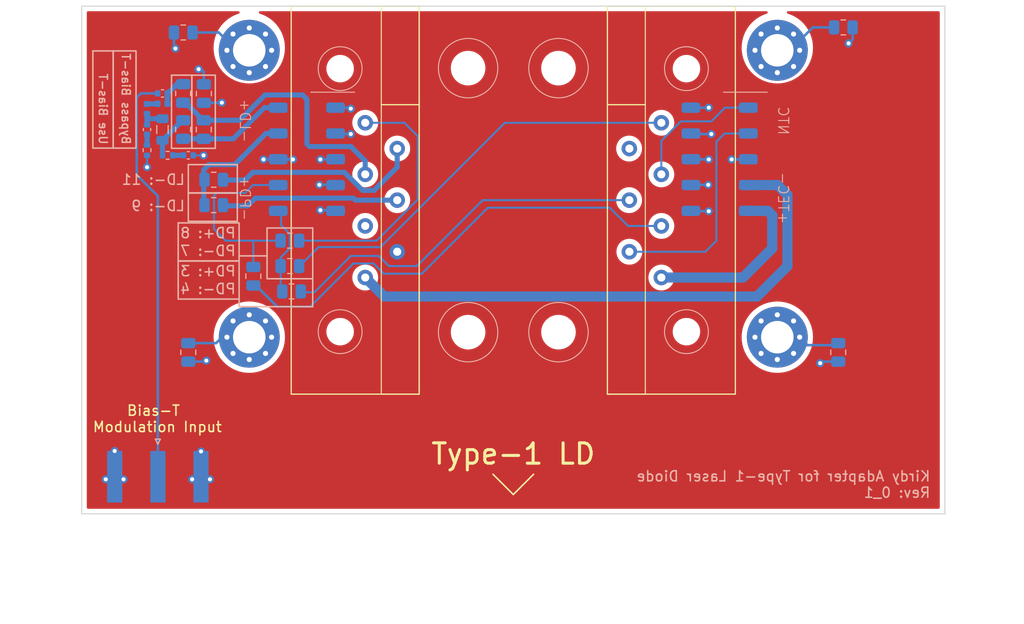
<source format=kicad_pcb>
(kicad_pcb (version 20221018) (generator pcbnew)

  (general
    (thickness 1.6)
  )

  (paper "A4")
  (layers
    (0 "F.Cu" signal)
    (31 "B.Cu" signal)
    (32 "B.Adhes" user "B.Adhesive")
    (33 "F.Adhes" user "F.Adhesive")
    (34 "B.Paste" user)
    (35 "F.Paste" user)
    (36 "B.SilkS" user "B.Silkscreen")
    (37 "F.SilkS" user "F.Silkscreen")
    (38 "B.Mask" user)
    (39 "F.Mask" user)
    (40 "Dwgs.User" user "User.Drawings")
    (41 "Cmts.User" user "User.Comments")
    (42 "Eco1.User" user "User.Eco1")
    (43 "Eco2.User" user "User.Eco2")
    (44 "Edge.Cuts" user)
    (45 "Margin" user)
    (46 "B.CrtYd" user "B.Courtyard")
    (47 "F.CrtYd" user "F.Courtyard")
    (48 "B.Fab" user)
    (49 "F.Fab" user)
    (50 "User.1" user)
    (51 "User.2" user)
    (52 "User.3" user)
    (53 "User.4" user)
    (54 "User.5" user)
    (55 "User.6" user)
    (56 "User.7" user)
    (57 "User.8" user)
    (58 "User.9" user)
  )

  (setup
    (stackup
      (layer "F.SilkS" (type "Top Silk Screen"))
      (layer "F.Paste" (type "Top Solder Paste"))
      (layer "F.Mask" (type "Top Solder Mask") (thickness 0.01))
      (layer "F.Cu" (type "copper") (thickness 0.035))
      (layer "dielectric 1" (type "core") (thickness 1.51) (material "FR4") (epsilon_r 4.5) (loss_tangent 0.02))
      (layer "B.Cu" (type "copper") (thickness 0.035))
      (layer "B.Mask" (type "Bottom Solder Mask") (thickness 0.01))
      (layer "B.Paste" (type "Bottom Solder Paste"))
      (layer "B.SilkS" (type "Bottom Silk Screen"))
      (copper_finish "None")
      (dielectric_constraints no)
    )
    (pad_to_mask_clearance 0)
    (pcbplotparams
      (layerselection 0x00010fc_ffffffff)
      (plot_on_all_layers_selection 0x0000000_00000000)
      (disableapertmacros false)
      (usegerberextensions true)
      (usegerberattributes true)
      (usegerberadvancedattributes true)
      (creategerberjobfile false)
      (dashed_line_dash_ratio 12.000000)
      (dashed_line_gap_ratio 3.000000)
      (svgprecision 6)
      (plotframeref false)
      (viasonmask false)
      (mode 1)
      (useauxorigin false)
      (hpglpennumber 1)
      (hpglpenspeed 20)
      (hpglpendiameter 15.000000)
      (dxfpolygonmode true)
      (dxfimperialunits true)
      (dxfusepcbnewfont true)
      (psnegative false)
      (psa4output false)
      (plotreference false)
      (plotvalue false)
      (plotinvisibletext false)
      (sketchpadsonfab false)
      (subtractmaskfromsilk true)
      (outputformat 1)
      (mirror false)
      (drillshape 0)
      (scaleselection 1)
      (outputdirectory "gerber/")
    )
  )

  (net 0 "")
  (net 1 "GND")
  (net 2 "Net-(J3-PD+)")
  (net 3 "Net-(J3-PD-)")
  (net 4 "/TEC+")
  (net 5 "/NTC+")
  (net 6 "unconnected-(J3-NC-Pad6)")
  (net 7 "Net-(J3-PD-*)")
  (net 8 "/NTC-")
  (net 9 "Net-(J3-PD+*)")
  (net 10 "Net-(J3-LD-*)")
  (net 11 "Net-(J3-LD-)")
  (net 12 "/LD+")
  (net 13 "unconnected-(J3-NC-Pad12)")
  (net 14 "/TEC-")
  (net 15 "/PD-")
  (net 16 "/PD+")
  (net 17 "/LD-")
  (net 18 "Net-(C2-Pad1)")
  (net 19 "/Mod_IN")
  (net 20 "/kirdy_LD+")
  (net 21 "Net-(C2-Pad2)")
  (net 22 "Net-(C5-Pad1)")
  (net 23 "Net-(L2-Pad2)")
  (net 24 "Net-(L3-Pad1)")
  (net 25 "Net-(C3-Pad1)")
  (net 26 "Net-(H2-Pad1)")
  (net 27 "Net-(H3-Pad1)")
  (net 28 "Net-(H4-Pad1)")
  (net 29 "Net-(H1-Pad1)")

  (footprint "laserSocket:Butterfly_Socket" (layer "F.Cu") (at 0 4.01 180))

  (footprint "laserSocket:78614110360_Receptacle" (layer "F.Cu") (at -26 -10.747))

  (footprint "laserSocket:78614110360_Receptacle" (layer "F.Cu") (at -26 17.503))

  (footprint "laserSocket:78614110360_Receptacle" (layer "F.Cu") (at 26 -10.747))

  (footprint "laserSocket:78614110360_Receptacle" (layer "F.Cu") (at 26 17.503))

  (footprint "Inductor_SMD:L_0402_1005Metric" (layer "B.Cu") (at -34.544 -5.4845 180))

  (footprint "Resistor_SMD:R_0805_2012Metric" (layer "B.Cu") (at -32.5 -12.5 180))

  (footprint "Capacitor_SMD:C_0402_1005Metric" (layer "B.Cu") (at -36.068 -2.9445 -90))

  (footprint "Resistor_SMD:R_0805_2012Metric" (layer "B.Cu") (at -25.6 11.5 -90))

  (footprint "Inductor_SMD:L_0402_1005Metric" (layer "B.Cu") (at -36.068 -4.9765 -90))

  (footprint "Resistor_SMD:R_0805_2012Metric" (layer "B.Cu") (at -30.4694 -6.4862 -90))

  (footprint "Resistor_SMD:R_0805_2012Metric" (layer "B.Cu") (at -32.512 -6.5005 90))

  (footprint "Inductor_SMD:L_0805_2012Metric" (layer "B.Cu") (at -34.544 -2.9445 -90))

  (footprint "laserSocket:M20-7870542" (layer "B.Cu") (at -20.3222 -0.0168 180))

  (footprint "laserSocket:M20-7870542" (layer "B.Cu") (at 20.3178 -0.0168 180))

  (footprint "Resistor_SMD:R_0805_2012Metric" (layer "B.Cu") (at -32 19 -90))

  (footprint "Resistor_SMD:R_0805_2012Metric" (layer "B.Cu") (at -29.5 4.5 180))

  (footprint "Resistor_SMD:R_0805_2012Metric" (layer "B.Cu") (at -22 8 180))

  (footprint "Resistor_SMD:R_0805_2012Metric" (layer "B.Cu") (at -29.5 2 180))

  (footprint "Capacitor_SMD:C_0402_1005Metric" (layer "B.Cu") (at -32.004 -0.4045))

  (footprint "Resistor_SMD:R_0805_2012Metric" (layer "B.Cu") (at -30.48 -2.9445 90))

  (footprint "Resistor_SMD:R_0805_2012Metric" (layer "B.Cu") (at 32 19 -90))

  (footprint "Resistor_SMD:R_0805_2012Metric" (layer "B.Cu") (at 32.5 -13))

  (footprint "Capacitor_SMD:C_0402_1005Metric" (layer "B.Cu") (at -34.544 -6.5005 180))

  (footprint "Connector_Coaxial:SMA_Amphenol_132289_EdgeMount" (layer "B.Cu") (at -35 31.25 -90))

  (footprint "Resistor_SMD:R_0402_1005Metric" (layer "B.Cu") (at -34.036 -0.4045))

  (footprint "Resistor_SMD:R_0402_1005Metric" (layer "B.Cu") (at -36.068 -0.9125 -90))

  (footprint "Resistor_SMD:R_0805_2012Metric" (layer "B.Cu") (at -22 10.5))

  (footprint "laserSocket:kirdy_socket" (layer "B.Cu") (at 0 0 180))

  (footprint "Resistor_SMD:R_0805_2012Metric" (layer "B.Cu") (at -21.8375 13))

  (footprint "Resistor_SMD:R_0805_2012Metric" (layer "B.Cu") (at -32.512 -2.9445 90))

  (gr_rect (start -39.4 -10.684) (end -37.15 -1.116)
    (stroke (width 0.15) (type default)) (fill none) (layer "B.SilkS") (tstamp 0ef91e2f-7d07-4eb4-8ed0-10c7fb144d6c))
  (gr_line (start -27 13.75) (end -27 14.5)
    (stroke (width 0.15) (type default)) (layer "B.SilkS") (tstamp 36d88f3e-2839-486f-900e-a0ab6901526d))
  (gr_rect (start -31.655 -8.3) (end -29.345 -1.0916)
    (stroke (width 0.15) (type default)) (fill none) (layer "B.SilkS") (tstamp 402191f3-283b-481e-bedb-01fc3ef01cd4))
  (gr_line (start -27 9.5) (end -24.25 9.5)
    (stroke (width 0.15) (type default)) (layer "B.SilkS") (tstamp 44583d53-d6c5-4174-8bff-3682643b44b8))
  (gr_rect (start -33 10) (end -27 13.75)
    (stroke (width 0.15) (type default)) (fill none) (layer "B.SilkS") (tstamp 6005dff1-e18b-4fe2-9f3e-fdee4cc62578))
  (gr_rect (start -33.655 -8.3) (end -31.655 -1.0916)
    (stroke (width 0.15) (type default)) (fill none) (layer "B.SilkS") (tstamp 6423e819-464c-4123-ac7f-ee0cef68da73))
  (gr_rect (start -24.25 6.75) (end -19.75 11.75)
    (stroke (width 0.15) (type default)) (fill none) (layer "B.SilkS") (tstamp 6de74a38-d69e-4e3b-9f19-9e5a6811e6db))
  (gr_rect (start -41.4 -10.684) (end -39.4 -1.116)
    (stroke (width 0.15) (type default)) (fill none) (layer "B.SilkS") (tstamp 8c2746d8-2581-4ca0-9193-3277a8e9a52e))
  (gr_line (start -19.75 11.75) (end -19.75 14.5)
    (stroke (width 0.15) (type default)) (layer "B.SilkS") (tstamp a32a1bfb-022c-4f63-aef9-9c0a658a4a82))
  (gr_rect (start -33 6.25) (end -27 10)
    (stroke (width 0.15) (type default)) (fill none) (layer "B.SilkS") (tstamp b5d9a385-3387-4a69-b362-da3a4fd6da62))
  (gr_rect (start -32.004 3.302) (end -27.178 6.096)
    (stroke (width 0.15) (type default)) (fill none) (layer "B.SilkS") (tstamp bd965ae7-57d4-477b-8862-5015b280e30a))
  (gr_line (start -27 14.5) (end -19.75 14.5)
    (stroke (width 0.15) (type default)) (layer "B.SilkS") (tstamp df2a32a5-0c76-4fdf-a1f1-d46f8f620326))
  (gr_rect (start -32.004 0.508) (end -27.178 3.302)
    (stroke (width 0.15) (type default)) (fill none) (layer "B.SilkS") (tstamp eb9d25d7-13e5-4f42-8abe-fe49d17497de))
  (gr_line (start 0 33) (end -2 31)
    (stroke (width 0.15) (type default)) (layer "F.SilkS") (tstamp 874923f9-a9f7-4958-996b-11a977ff4bfa))
  (gr_line (start 0 33) (end 2 31)
    (stroke (width 0.15) (type default)) (layer "F.SilkS") (tstamp ae60edff-7e7c-448e-b414-0dd5435511fc))
  (gr_line (start -42.5 34.9032) (end 42.5 34.9032)
    (stroke (width 0.1) (type default)) (layer "Edge.Cuts") (tstamp 5fc11ccb-206c-4a11-8cb3-f05fdf2365ed))
  (gr_line (start 42.5 -15.0968) (end -42.5 -15.0968)
    (stroke (width 0.1) (type default)) (layer "Edge.Cuts") (tstamp 96bb3b61-a8bd-4e6d-8c1c-2a91283c5af6))
  (gr_line (start -42.5 -15.0968) (end -42.5 34.9032)
    (stroke (width 0.1) (type default)) (layer "Edge.Cuts") (tstamp b269c852-4cfb-4fde-86c0-83d58bd7102b))
  (gr_line (start 42.5 34.9032) (end 42.5 -15.0968)
    (stroke (width 0.1) (type default)) (layer "Edge.Cuts") (tstamp b654c7e3-761e-4a6b-b332-c1b14e723831))
  (gr_text "PD+: 8" (at -27.25 7.25) (layer "B.SilkS") (tstamp 04c864d3-b770-478b-b591-c2f859564f89)
    (effects (font (size 1 1) (thickness 0.15)) (justify left mirror))
  )
  (gr_text "Bypass Bias-T" (at -38.15 -1.4 270) (layer "B.SilkS") (tstamp 0ad38507-6748-4bd5-90e6-04e1281b8513)
    (effects (font (size 0.8 0.8) (thickness 0.15)) (justify left mirror))
  )
  (gr_text "PD-: 4" (at -27.25 12.75) (layer "B.SilkS") (tstamp 1ede9fb9-2b80-4a70-95e6-8b1106e7b917)
    (effects (font (size 1 1) (thickness 0.15)) (justify left mirror))
  )
  (gr_text "Use Bias-T" (at -40.4 -1.4 270) (layer "B.SilkS") (tstamp 27273078-f90b-42d9-aa8d-6b3b1a0d97c4)
    (effects (font (size 0.8 0.8) (thickness 0.15)) (justify left mirror))
  )
  (gr_text "LD-: 9" (at -32.258 4.572) (layer "B.SilkS") (tstamp 4cc0ef08-f92c-4c13-bdf4-4ed9b0d668f1)
    (effects (font (size 1 1) (thickness 0.15)) (justify left mirror))
  )
  (gr_text "PD+: 3" (at -27.25 11) (layer "B.SilkS") (tstamp c5025ffb-4132-40ad-9ba2-5a426d255675)
    (effects (font (size 1 1) (thickness 0.15)) (justify left mirror))
  )
  (gr_text "Kirdy Adapter for Type-1 Laser Diode \nRev: 0_1" (at 41.148 32.004) (layer "B.SilkS") (tstamp d9185641-8167-4841-b540-088303848472)
    (effects (font (size 1 1) (thickness 0.15)) (justify left mirror))
  )
  (gr_text "PD-: 7" (at -27.25 9) (layer "B.SilkS") (tstamp e9305944-d283-4481-a373-483045d7de6d)
    (effects (font (size 1 1) (thickness 0.15)) (justify left mirror))
  )
  (gr_text "LD-: 11" (at -32.258 1.988) (layer "B.SilkS") (tstamp f8a1f124-6566-4a42-92b0-87395200e1f8)
    (effects (font (size 1 1) (thickness 0.15)) (justify left mirror))
  )
  (gr_text "Type-1 LD" (at 0 29) (layer "F.SilkS") (tstamp 6b833559-6474-4221-aa6a-78219e45b6af)
    (effects (font (size 2 2) (thickness 0.3)))
  )
  (gr_text "Bias-T \nModulation Input" (at -35.052 26.924) (layer "F.SilkS") (tstamp be63c161-af45-409b-ab6a-4332d46cf0d0)
    (effects (font (size 1 1) (thickness 0.15)) (justify bottom))
  )

  (via (at -19.1 2.5) (size 0.8) (drill 0.4) (layers "F.Cu" "B.Cu") (free) (net 1) (tstamp 0b2eca09-aa36-4861-baa6-3f0fe3836af6))
  (via (at -31.623 31.5) (size 0.8) (drill 0.4) (layers "F.Cu" "B.Cu") (free) (net 1) (tstamp 0d5de957-141c-4c66-a0e2-2667c266206a))
  (via (at -30.226 19.812) (size 0.8) (drill 0.4) (layers "F.Cu" "B.Cu") (net 1) (tstamp 0dab7955-5bbc-4bfb-80a7-1f686e32d016))
  (via (at -30.988 -8.89) (size 0.8) (drill 0.4) (layers "F.Cu" "B.Cu") (net 1) (tstamp 15ed4f94-0bcb-423b-bd75-1361c6b3ca7c))
  (via (at -39.2544 28.7148) (size 0.8) (drill 0.4) (layers "F.Cu" "B.Cu") (free) (net 1) (tstamp 1ed39148-0660-421e-b30e-3f98525068e4))
  (via (at -21.7 0) (size 0.8) (drill 0.4) (layers "F.Cu" "B.Cu") (free) (net 1) (tstamp 2764a420-7efd-4e83-9e69-c5b646aa7852))
  (via (at -38.382 31.5) (size 0.8) (drill 0.4) (layers "F.Cu" "B.Cu") (net 1) (tstamp 2be0de4a-daf2-4511-acf9-aef04b5f2530))
  (via (at -19 5) (size 0.8) (drill 0.4) (layers "F.Cu" "B.Cu") (free) (net 1) (tstamp 3cdaf648-0f31-4b8e-bd76-b2e4c6c22afc))
  (via (at -28.702 -5.588) (size 0.8) (drill 0.4) (layers "F.Cu" "B.Cu") (net 1) (tstamp 4342e44a-bdd7-42c2-985a-0be7aa36e14e))
  (via (at -30.5 -0.4) (size 0.8) (drill 0.4) (layers "F.Cu" "B.Cu") (net 1) (tstamp 4889216c-aa7b-4934-9836-6b7e52dcb053))
  (via (at 30.226 20.066) (size 0.8) (drill 0.4) (layers "F.Cu" "B.Cu") (net 1) (tstamp 4b7eb20c-ed7e-4fa6-a92c-fb636415b64d))
  (via (at 21.5 0) (size 0.8) (drill 0.4) (layers "F.Cu" "B.Cu") (free) (net 1) (tstamp 53407438-84af-47e1-8d97-b221bab59b19))
  (via (at 19.25 5.1) (size 0.8) (drill 0.4) (layers "F.Cu" "B.Cu") (net 1) (tstamp 56e78550-dcf0-4cb6-be7f-b67904591851))
  (via (at 19.25 -5.1) (size 0.8) (drill 0.4) (layers "F.Cu" "B.Cu") (free) (net 1) (tstamp 5a360d84-87a6-46f1-8434-9d6246708bf8))
  (via (at -30.75 28.75) (size 0.8) (drill 0.4) (layers "F.Cu" "B.Cu") (free) (net 1) (tstamp 6543018a-f1d7-4b4a-b2e5-724b759fb6b2))
  (via (at -16 -5) (size 0.8) (drill 0.4) (layers "F.Cu" "B.Cu") (free) (net 1) (tstamp 77b45021-f474-48ab-bcf1-a3b178bc2e5b))
  (via (at 19.25 0) (size 0.8) (drill 0.4) (layers "F.Cu" "B.Cu") (free) (net 1) (tstamp 8a5f89b8-ed9e-4d41-b280-03a9338e88b9))
  (via (at -24.6 0) (size 0.8) (drill 0.4) (layers "F.Cu" "B.Cu") (free) (net 1) (tstamp 8bd631d8-b797-456a-881b-fb9ad4912ca4))
  (via (at 33.02 -11.43) (size 0.8) (drill 0.4) (layers "F.Cu" "B.Cu") (net 1) (tstamp 8e608465-efb8-48ad-9a64-8c13528477d1))
  (via (at -29.873 31.5) (size 0.8) (drill 0.4) (layers "F.Cu" "B.Cu") (free) (net 1) (tstamp 8f7525ef-2afd-4969-bdef-83d94a83c98c))
  (via (at -16 -2.5) (size 0.8) (drill 0.4) (layers "F.Cu" "B.Cu") (free) (net 1) (tstamp 980cfb86-ef2c-4d30-872a-9d1cbce3f20e))
  (via (at -33.274 -10.922) (size 0.8) (drill 0.4) (layers "F.Cu" "B.Cu") (net 1) (tstamp a4fdc44b-c0d3-42d8-ba21-7f473cc0d98f))
  (via (at 19.2 2.5) (size 0.8) (drill 0.4) (layers "F.Cu" "B.Cu") (free) (net 1) (tstamp c296e3ac-c4c1-4dfb-badc-926bd32271fe))
  (via (at -36.068 0.762) (size 0.8) (drill 0.4) (layers "F.Cu" "B.Cu") (net 1) (tstamp daeb467a-8224-4186-82e6-6550edd102a7))
  (via (at -40.132 31.5) (size 0.8) (drill 0.4) (layers "F.Cu" "B.Cu") (net 1) (tstamp e0636d8f-0a6d-409d-aecc-45d20973e0bc))
  (via (at 19.5 -2.5) (size 0.8) (drill 0.4) (layers "F.Cu" "B.Cu") (free) (net 1) (tstamp e7c9e2a0-03c2-4403-a11e-ddd029b4b0fa))
  (via (at -19 0) (size 0.8) (drill 0.4) (layers "F.Cu" "B.Cu") (free) (net 1) (tstamp edd50e90-d3f7-47e1-bf51-8b4b0c214044))
  (segment (start 17.496 -5.1) (end 17.4928 -5.0968) (width 0.25) (layer "B.Cu") (net 1) (tstamp 05035bb0-0369-4780-b22f-7d6cb62d819a))
  (segment (start 19.5 -2.5) (end 17.5496 -2.5) (width 0.25) (layer "B.Cu") (net 1) (tstamp 0c338d63-bf98-4013-970a-459743315cea))
  (segment (start 21.5 0) (end 23.126 0) (width 0.25) (layer "B.Cu") (net 1) (tstamp 103f5b75-e3b2-4629-b8aa-29f9a9e49cea))
  (segment (start -16.0968 -5.0968) (end -16 -5) (width 0.25) (layer "B.Cu") (net 1) (tstamp 10b53e8a-1b48-4afa-af76-8ee743809c1f))
  (segment (start -19 0) (end -17.514 0) (width 0.25) (layer "B.Cu") (net 1) (tstamp 13d0a752-c0de-4873-94e5-a0b5b0599001))
  (segment (start -33.4125 -12.5) (end -33.4125 -11.0605) (width 0.25) (layer "B.Cu") (net 1) (tstamp 1c3f4c92-b306-4624-8ba5-cc709801d6a5))
  (segment (start -21.7 0) (end -23.1304 0) (width 0.25) (layer "B.Cu") (net 1) (tstamp 1c734e97-f47d-40f7-a643-bf801c3cd85b))
  (segment (start 30.226 20.066) (end 30.3795 19.9125) (width 0.25) (layer "B.Cu") (net 1) (tstamp 1d03d441-1a75-40c3-915d-02c1da76f9e1))
  (segment (start 17.5096 0) (end 17.4928 -0.0168) (width 0.25) (layer "B.Cu") (net 1) (tstamp 1e600d61-3dca-41ed-afcb-73be95bf69e8))
  (segment (start 33.4125 -13) (end 33.4125 -11.8225) (width 0.25) (layer "B.Cu") (net 1) (tstamp 22dddcf2-c2e3-4aa4-97e1-8156701e8ce2))
  (segment (start 19.25 0) (end 17.5096 0) (width 0.25) (layer "B.Cu") (net 1) (tstamp 25fc18c3-d2a3-49b1-ab34-7112b76f70e2))
  (segment (start -30.48 -7.4093) (end -30.48 -8.636) (width 0.25) (layer "B.Cu") (net 1) (tstamp 34d8dac2-76a0-4a8f-b197-5776a277d968))
  (segment (start -30.3265 19.9125) (end -30.226 19.812) (width 0.25) (layer "B.Cu") (net 1) (tstamp 4ffcf0ad-b47b-4673-9b85-8da055134a08))
  (segment (start -24.6 0) (end -23.164 0) (width 0.25) (layer "B.Cu") (net 1) (tstamp 55980785-7839-466f-9ff1-4be93cd962ca))
  (segment (start -31.524 -0.4045) (end -30.5 -0.4) (width 0.2) (layer "B.Cu") (net 1) (tstamp 5aa0575f-8397-44a7-a076-3ade00978a5c))
  (segment (start -17.4972 -5.0968) (end -16.0968 -5.0968) (width 0.25) (layer "B.Cu") (net 1) (tstamp 6052a09b-fae0-4266-a6f8-a7f0dc121a12))
  (segment (start -33.4125 -11.0605) (end -33.274 -10.922) (width 0.25) (layer "B.Cu") (net 1) (tstamp 6734df6b-be42-4110-914e-9b068b04d79d))
  (segment (start 30.3795 19.9125) (end 32 19.9125) (width 0.25) (layer "B.Cu") (net 1) (tstamp 72720807-6fa7-4966-a873-520d1d48ec8d))
  (segment (start 17.5496 -2.5) (end 17.4928 -2.5568) (width 0.25) (layer "B.Cu") (net 1) (tstamp 73c35d57-dd8e-4155-9426-3a680914d536))
  (segment (start 19.25 5.1) (end 17.5296 5.1) (width 0.25) (layer "B.Cu") (net 1) (tstamp 817dc2d8-430c-4170-889e-ac0c6073f0b4))
  (segment (start -28.702 -5.588) (end -28.7163 -5.5737) (width 0.25) (layer "B.Cu") (net 1) (tstamp 8d33db70-a93b-4ee1-8eb3-69211cfc7ffc))
  (segment (start -30.446 -7.4221) (end -30.4694 -7.3987) (width 0.25) (layer "B.Cu") (net 1) (tstamp 90ab62e3-7839-4935-9f75-2fa5d0f2b167))
  (segment (start -23.164 0) (end -23.1472 -0.0168) (width 0.25) (layer "B.Cu") (net 1) (tstamp 93fbb17f-56e2-4777-8b2c-1dcf89ba4805))
  (segment (start -17.5204 2.5) (end -17.4972 2.5232) (width 0.25) (layer "B.Cu") (net 1) (tstamp 9f59ad5a-a52f-44de-943e-036ebdda5372))
  (segment (start -16 -2.5) (end -17.4404 -2.5) (width 0.25) (layer "B.Cu") (net 1) (tstamp a10bb1c9-e04a-4e1a-8b41-95b454715bfc))
  (segment (start -23.1304 0) (end -23.1472 -0.0168) (width 0.25) (layer "B.Cu") (net 1) (tstamp a46c39ad-015f-4bbb-b49d-10c122d0cf86))
  (segment (start -30.5 -0.4) (end -30.500161 -0.4045) (width 0.2) (layer "B.Cu") (net 1) (tstamp ab992f42-83a0-406e-8778-32fc238405aa))
  (segment (start 19.2 2.5) (end 17.516 2.5) (width 0.25) (layer "B.Cu") (net 1) (tstamp ac3ca72f-c831-4445-8d26-0d0ecbd444bd))
  (segment (start -36.068 -0.4025) (end -36.068 0.762) (width 0.2) (layer "B.Cu") (net 1) (tstamp ba9ac4cf-5e2f-48e7-b269-d01cc29c0bac))
  (segment (start -36.068 0.762) (end -36.068 0.6115) (width 0.2) (layer "B.Cu") (net 1) (tstamp be8fa504-61ac-44c0-b8c2-e8f4d2a512e1))
  (segment (start -30.734 -8.89) (end -30.988 -8.89) (width 0.25) (layer "B.Cu") (net 1) (tstamp bf17489c-6773-443c-bd23-0d1b64496da4))
  (segment (start -17.4404 -2.5) (end -17.4972 -2.5568) (width 0.25) (layer "B.Cu") (net 1) (tstamp c493196c-797f-4abf-9abc-06b63bfa58bf))
  (segment (start 19.25 -5.1) (end 17.496 -5.1) (width 0.25) (layer "B.Cu") (net 1) (tstamp c9fa55b6-110f-45f3-bab7-cd28baf12492))
  (segment (start 17.5296 5.1) (end 17.4928 5.0632) (width 0.25) (layer "B.Cu") (net 1) (tstamp cb63d5c1-3a6c-40f4-ac34-34796706eb63))
  (segment (start -19 5) (end -17.5604 5) (width 0.25) (layer "B.Cu") (net 1) (tstamp dcac079d-a9dc-460e-a275-bbd1360447c7))
  (segment (start -17.5604 5) (end -17.4972 5.0632) (width 0.25) (layer "B.Cu") (net 1) (tstamp dfc774ed-d695-457b-a675-b5d97b6944f1))
  (segment (start -19.1 2.5) (end -17.5204 2.5) (width 0.25) (layer "B.Cu") (net 1) (tstamp e3ed6846-0fd7-46a0-b185-3f55cbd09d36))
  (segment (start 17.516 2.5) (end 17.4928 2.5232) (width 0.25) (layer "B.Cu") (net 1) (tstamp e7a4508c-0989-4688-ba22-512e4399113a))
  (segment (start 23.126 0) (end 23.1428 -0.0168) (width 0.25) (layer "B.Cu") (net 1) (tstamp ea724ddc-d1a8-4f13-8d4d-a1954a11f62e))
  (segment (start 33.4125 -11.8225) (end 33.02 -11.43) (width 0.25) (layer "B.Cu") (net 1) (tstamp eb998d29-f878-4b49-a23d-0d9c5a99c310))
  (segment (start -30.48 -8.636) (end -30.734 -8.89) (width 0.25) (layer "B.Cu") (net 1) (tstamp f3e7a76e-f443-4b32-9c58-60ed59888a0e))
  (segment (start -17.514 0) (end -17.4972 -0.0168) (width 0.25) (layer "B.Cu") (net 1) (tstamp f54a1838-1c67-48aa-90e4-70fa25017d1b))
  (segment (start -30.4694 -5.5737) (end -28.702 -5.588) (width 0.25) (layer "B.Cu") (net 1) (tstamp f90433ac-99a0-40be-961e-5ee8a4c90f38))
  (segment (start -32 19.9125) (end -30.3265 19.9125) (width 0.25) (layer "B.Cu") (net 1) (tstamp ff476093-929b-4538-be4b-9eb484ba42b4))
  (segment (start -30.4694 -7.3987) (end -30.48 -7.4093) (width 0.25) (layer "B.Cu") (net 1) (tstamp ffba421f-4614-48fb-80d5-acb1147ca9ba))
  (segment (start -9 11.25) (end -12.75 11.25) (width 0.2) (layer "B.Cu") (net 2) (tstamp 08c4cefb-91b4-4330-81f0-f398c921732a))
  (segment (start -25.0875 12.6625) (end -25.25 12.6625) (width 0.2) (layer "B.Cu") (net 2) (tstamp 2c98d0bd-cf4b-4e86-9068-ba4f75b8e5d5))
  (segment (start -25.3375 12.4125) (end -23.25 14.5) (width 0.25) (layer "B.Cu") (net 2) (tstamp 52357b59-5814-4b83-be5a-792d789e2f7f))
  (segment (start -20 14.5) (end -23.25 14.5) (width 0.2) (layer "B.Cu") (net 2) (tstamp 566fef68-448a-4baf-9a35-c328b04f3b28))
  (segment (start 9.5 4.75) (end -2.5 4.75) (width 0.2) (layer "B.Cu") (net 2) (tstamp 5751d418-0b7e-4c5b-8171-e182dd5ae104))
  (segment (start -25.5 12.5065) (end -25.5 12.594) (width 0.2) (layer "B.Cu") (net 2) (tstamp 763f2505-3c1f-4563-b5e2-e8fe2c47f7e0))
  (segment (start -12.75 11.25) (end -13.75 10.25) (width 0.2) (layer "B.Cu") (net 2) (tstamp 7ae6ec98-db55-458d-b634-d22089512c74))
  (segment (start -13.75 10.25) (end -15.75 10.25) (width 0.2) (layer "B.Cu") (net 2) (tstamp 7b8201fd-891c-46f3-a9a7-c8cefab141a3))
  (segment (start 11.3 6.55) (end 9.5 4.75) (width 0.2) (layer "B.Cu") (net 2) (tstamp 813a6651-b7ee-4822-9cdc-7fe70c8b956d))
  (segment (start -15.75 10.25) (end -20 14.5) (width 0.2) (layer "B.Cu") (net 2) (tstamp 8a4b2ff8-6fe1-48f4-8a4e-4c2058e8065b))
  (segment (start -2.5 4.75) (end -9 11.25) (width 0.2) (layer "B.Cu") (net 2) (tstamp 997089eb-d787-4aa9-ad83-bc0d0c278480))
  (segment (start -25.6 12.4125) (end -25.3375 12.4125) (width 0.25) (layer "B.Cu") (net 2) (tstamp ec3f4537-da08-4380-9fb7-7f2564b2dbd6))
  (segment (start 14.58 6.55) (end 11.3 6.55) (width 0.2) (layer "B.Cu") (net 2) (tstamp fd2e1509-b7e5-4dc9-8487-4e0d59ecf7f5))
  (segment (start -3.01 4.01) (end 11.405 4.01) (width 0.2) (layer "B.Cu") (net 3) (tstamp 16407b2a-2d20-4147-99cc-d4d8c2a148b2))
  (segment (start -21.0875 13.081) (end -19.581 13.081) (width 0.2) (layer "B.Cu") (net 3) (tstamp 63303145-6aba-4b4a-ae0f-4c0b988b7823))
  (segment (start -9.5 10.5) (end -3.01 4.01) (width 0.2) (layer "B.Cu") (net 3) (tstamp 806389c8-0071-4083-a75f-b212aac21120))
  (segment (start -13.25 9.5) (end -12.25 10.5) (width 0.2) (layer "B.Cu") (net 3) (tstamp c7e8305d-6eb8-4bba-88f4-470a14a2f0ca))
  (segment (start -12.25 10.5) (end -9.5 10.5) (width 0.2) (layer "B.Cu") (net 3) (tstamp c7f47e19-0989-4b0d-ac7c-5b6db7e697e9))
  (segment (start -16 9.5) (end -13.25 9.5) (width 0.2) (layer "B.Cu") (net 3) (tstamp e8229bfe-6a7e-4e98-bc20-f4a38ed72708))
  (segment (start -19.581 13.081) (end -16 9.5) (width 0.2) (layer "B.Cu") (net 3) (tstamp f3be02d1-ac8c-4430-abdf-bc71651d155f))
  (segment (start 25.0632 5.0632) (end 25.5 5.5) (width 1) (layer "B.Cu") (net 4) (tstamp 2c289a11-8243-406d-bb20-fcfcf7149e80))
  (segment (start 22.8578 5.0632) (end 25.0632 5.0632) (width 1) (layer "B.Cu") (net 4) (tstamp 37c6aac5-79e4-4a3e-b4f1-c2427c26ac5a))
  (segment (start 25.5 5.5) (end 25.5 8.75) (width 1) (layer "B.Cu") (net 4) (tstamp 5baa5dd5-50f6-4200-a644-442cd1b53611))
  (segment (start 25.5 8.75) (end 22.62 11.63) (width 1) (layer "B.Cu") (net 4) (tstamp b2ec8ebd-cff9-401f-9fe3-75e421376ee1))
  (segment (start 22.62 11.63) (end 14.58 11.63) (width 1) (layer "B.Cu") (net 4) (tstamp d80c9e95-0fae-4b02-b807-d56a3ef41b6e))
  (segment (start 18.91 9.09) (end 20 8) (width 0.2) (layer "B.Cu") (net 5) (tstamp 04cd815c-e872-4d50-8478-bc344018db68))
  (segment (start 11.43 9.09) (end 18.91 9.09) (width 0.2) (layer "B.Cu") (net 5) (tstamp 1a01c75b-9a4c-455b-bcbc-b028f082025c))
  (segment (start 20.8068 -2.5568) (end 22.8578 -2.5568) (width 0.2) (layer "B.Cu") (net 5) (tstamp a5f2112f-fcc0-49be-8289-4ea80f3a3a9a))
  (segment (start 20 8) (end 20 -1.75) (width 0.2) (layer "B.Cu") (net 5) (tstamp e4e7a782-778d-4ea9-b15e-63b679ea6355))
  (segment (start 20 -1.75) (end 20.8068 -2.5568) (width 0.2) (layer "B.Cu") (net 5) (tstamp fdde6dc8-ddc3-4e85-95f5-bc39826a98d9))
  (segment (start -21.082 10.541) (end -19.177 8.636) (width 0.2) (layer "B.Cu") (net 7) (tstamp 67a37c86-0ce2-4f18-82ef-29e33cb4893a))
  (segment (start -0.835 -3.61) (end 14.58 -3.61) (width 0.2) (layer "B.Cu") (net 7) (tstamp 68949b57-3603-4785-988c-e48d5fe0c871))
  (segment (start -19.177 8.636) (end -13.081 8.636) (width 0.2) (layer "B.Cu") (net 7) (tstamp 6c01a7ae-990e-4622-9ed6-f19d1b4957a0))
  (segment (start -13.081 8.636) (end -0.835 -3.61) (width 0.2) (layer "B.Cu") (net 7) (tstamp a0db81ef-7707-4fdb-9af0-36529a2a197a))
  (segment (start 20.8468 -5.0968) (end 22.8578 -5.0968) (width 0.2) (layer "B.Cu") (net 8) (tstamp 0a490ef6-c6fa-4c5a-99a1-ec1ef6f55d87))
  (segment (start 16.5 -3.75) (end 19.5 -3.75) (width 0.2) (layer "B.Cu") (net 8) (tstamp 52033a83-1265-4254-8b88-f191b17eb489))
  (segment (start 14.58 1.47) (end 14.58 -1.83) (width 0.2) (layer "B.Cu") (net 8) (tstamp 7f0ef567-c41f-400a-88fc-ba75ca5cfee8))
  (segment (start 14.58 -1.83) (end 16.5 -3.75) (width 0.2) (layer "B.Cu") (net 8) (tstamp a51f7aaa-2457-4e4c-9afc-d321940a085d))
  (segment (start 19.5 -3.75) (end 20.8468 -5.0968) (width 0.2) (layer "B.Cu") (net 8) (tstamp b16b1d29-5c92-4d38-ab85-1c449cf10b93))
  (segment (start -13.462 8.001) (end -9.398 3.937) (width 0.2) (layer "B.Cu") (net 9) (tstamp 043a6443-123a-429d-923f-563bd9372840))
  (segment (start -9.398 -2.286) (end -10.722 -3.61) (width 0.2) (layer "B.Cu") (net 9) (tstamp 3a298be2-e5b2-4207-ba6e-f9c068a9b79a))
  (segment (start -21.082 8.001) (end -13.462 8.001) (width 0.2) (layer "B.Cu") (net 9) (tstamp 472b47f3-1572-4192-8c68-27950db2b607))
  (segment (start -9.398 3.937) (end -9.398 -2.286) (width 0.2) (layer "B.Cu") (net 9) (tstamp b621c935-965a-43f1-bf5f-b080dfc0e4e7))
  (segment (start -10.722 -3.61) (end -14.58 -3.61) (width 0.2) (layer "B.Cu") (net 9) (tstamp e47030e7-3280-4207-b920-cfe72269dc2c))
  (segment (start -14.852 3.048) (end -13.716 3.048) (width 0.5) (layer "B.Cu") (net 10) (tstamp 02cfbe3a-b3be-420e-9fa9-cc7d538053b8))
  (segment (start -16.63 1.27) (end -14.852 3.048) (width 0.5) (layer "B.Cu") (net 10) (tstamp 12a939e3-a2e6-48fa-bee7-6e9addf1b91c))
  (segment (start -28.655 2.032) (end -26.416 2.032) (width 0.5) (layer "B.Cu") (net 10) (tstamp 666550e3-226e-4c72-8870-70f4d8e09e01))
  (segment (start -11.43 0.762) (end -11.43 -1.07) (width 0.5) (layer "B.Cu") (net 10) (tstamp 6d113304-ad80-4a18-9196-b2dd09bbf3c2))
  (segment (start -13.716 3.048) (end -11.43 0.762) (width 0.5) (layer "B.Cu") (net 10) (tstamp 7527f40a-6734-41ed-acb1-f8b43d40de1d))
  (segment (start -26.416 2.032) (end -25.654 1.27) (width 0.5) (layer "B.Cu") (net 10) (tstamp 93b64388-b565-4ff4-8fba-555eff074f17))
  (segment (start -25.654 1.27) (end -16.63 1.27) (width 0.5) (layer "B.Cu") (net 10) (tstamp e772d648-6dd2-4f49-8d76-f26ecda49496))
  (segment (start -26.162 4.572) (end -28.655 4.572) (width 0.5) (layer "B.Cu") (net 11) (tstamp 5295bfff-fd4e-4709-8827-781facadfda3))
  (segment (start -11.43 4.01) (end -15.548 4.01) (width 0.5) (layer "B.Cu") (net 11) (tstamp 6bb4b8b0-f449-4353-a986-3c5d93b6b2aa))
  (segment (start -25.4 3.81) (end -26.162 4.572) (width 0.5) (layer "B.Cu") (net 11) (tstamp 7119acc3-351e-49db-a04b-ceea93df9456))
  (segment (start -15.748 3.81) (end -25.4 3.81) (width 0.5) (layer "B.Cu") (net 11) (tstamp c877d2d2-89ec-4315-b9d3-12115ea27b3d))
  (segment (start -15.548 4.01) (end -15.748 3.81) (width 0.5) (layer "B.Cu") (net 11) (tstamp e32d3046-56f3-4cf8-a725-37fa5ad5f0c9))
  (segment (start -20.32 -5.92) (end -20.75 -6.35) (width 0.5) (layer "B.Cu") (net 12) (tstamp 08dd2879-1096-484e-bd37-5d17232896da))
  (segment (start -16.002 -1.27) (end -20.066 -1.27) (width 0.5) (layer "B.Cu") (net 12) (tstamp 1d553edb-a0b2-4da0-bfc8-95f7e53e63e7))
  (segment (start -26.943 -3.857) (end -30.48 -3.857) (width 0.5) (layer "B.Cu") (net 12) (tstamp 23861619-5539-4990-9d03-ac1b3219e4f8))
  (segment (start -30.5405 -3.857) (end -30.48 -3.857) (width 0.5) (layer "B.Cu") (net 12) (tstamp 2b2efa51-2f97-4496-873d-3a2430c7762f))
  (segment (start -30.48 -3.857) (end -30.3895 -3.7665) (width 0.5) (layer "B.Cu") (net 12) (tstamp 5df17705-02fb-4bf7-932d-440072e5ad84))
  (segment (start -32.2715 -5.588) (end -30.5405 -3.857) (width 0.5) (layer "B.Cu") (net 12) (tstamp 77615496-2735-4d6e-b207-95e7e82d8e5d))
  (segment (start -14.58 0.152) (end -16.002 -1.27) (width 0.5) (layer "B.Cu") (net 12) (tstamp 82e52a52-4373-4dcb-b109-dc9d0d7d1a0c))
  (segment (start -20.75 -6.35) (end -24.45 -6.35) (width 0.5) (layer "B.Cu") (net 12) (tstamp 8e86f81f-f882-4103-be71-974578900d0f))
  (segment (start -20.066 -1.27) (end -20.32 -1.524) (width 0.5) (layer "B.Cu") (net 12) (tstamp 90f4fcfe-7046-4de2-b343-081dd6b77065))
  (segment (start -14.58 1.47) (end -14.58 0.152) (width 0.5) (layer "B.Cu") (net 12) (tstamp 9daeb871-006d-4e67-800b-31d8d2cd3530))
  (segment (start -24.45 -6.35) (end -26.943 -3.857) (width 0.5) (layer "B.Cu") (net 12) (tstamp ad0fe484-cb43-48a0-af04-edd3aaad85e9))
  (segment (start -20.32 -1.524) (end -20.32 -5.92) (width 0.5) (layer "B.Cu") (net 12) (tstamp dd519f39-dc70-4d11-82aa-48b911add9cf))
  (segment (start -32.512 -5.588) (end -32.2715 -5.588) (width 0.5) (layer "B.Cu") (net 12) (tstamp ff733bb8-b87b-4b80-945e-7bb824f164ae))
  (segment (start 26.0232 2.5232) (end 27 3.5) (width 1) (layer "B.Cu") (net 14) (tstamp 1918baf9-bc76-4a2b-b9c3-147ed1990c41))
  (segment (start 27 10.5) (end 24 13.5) (width 1) (layer "B.Cu") (net 14) (tstamp 1df29520-d33a-4fdd-9df4-044685087260))
  (segment (start -12.71 13.5) (end -14.58 11.63) (width 1) (layer "B.Cu") (net 14) (tstamp 3c14a707-7f15-4cc6-9daf-4de0c685ac15))
  (segment (start 27 3.5) (end 27 10.5) (width 1) (layer "B.Cu") (net 14) (tstamp 3f7b7c4a-4902-4883-8134-f28b422aa5c9))
  (segment (start 24 13.5) (end -12.71 13.5) (width 1) (layer "B.Cu") (net 14) (tstamp a775c9ac-41b4-4b78-ae30-e28c8259e84b))
  (segment (start 22.8578 2.5232) (end 26.0232 2.5232) (width 1) (layer "B.Cu") (net 14) (tstamp c0dfc10e-d549-489b-92b9-4edfb1718f1e))
  (segment (start -22.8622 6.4748) (end -22.733 6.604) (width 0.2) (layer "B.Cu") (net 15) (tstamp 0f26bd35-5fcf-487f-ab97-9502776a421e))
  (segment (start -22.0435 7.2935) (end -22 7.337) (width 0.2) (layer "B.Cu") (net 15) (tstamp 20675dc2-d583-4d77-9d62-819026e81784))
  (segment (start -22.733 6.604) (end -22.0435 7.2935) (width 0.2) (layer "B.Cu") (net 15) (tstamp 2a248377-2dd1-4767-b437-d3aae80df00f))
  (segment (start -22.907 9.657) (end -22.907 10.541) (width 0.2) (layer "B.Cu") (net 15) (tstamp 4ca5f0ec-2830-4693-917c-ee8aa961a81a))
  (segment (start -22.8622 5.0632) (end -22.8622 6.4748) (width 0.2) (layer "B.Cu") (net 15) (tstamp 5d6ac588-70f8-4681-b196-d498994ca68e))
  (segment (start -22.907 13.0755) (end -22.9125 13.081) (width 0.2) (layer "B.Cu") (net 15) (tstamp 80cf5f6d-ad78-44cf-8717-1e0ad2c80bfc))
  (segment (start -22.0435 7.2935) (end -21.971 7.366) (width 0.2) (layer "B.Cu") (net 15) (tstamp a3b73849-3d15-4096-a3df-dc7e46689b96))
  (segment (start -22 7.337) (end -22 8.75) (width 0.2) (layer "B.Cu") (net 15) (tstamp bc07e000-9c3b-47e8-978b-79c63e07c303))
  (segment (start -22.907 10.541) (end -22.907 13.0755) (width 0.2) (layer "B.Cu") (net 15) (tstamp d7e1fce1-1ff9-4905-9000-817449fda5f1))
  (segment (start -22 8.75) (end -22.907 9.657) (width 0.2) (layer "B.Cu") (net 15) (tstamp d8768753-98ce-4ac4-a62f-5bcf6b0fddcf))
  (segment (start -25.6 10.5875) (end -25.6 8) (width 0.2) (layer "B.Cu") (net 16) (tstamp 1d17aea5-d6b3-425f-b5aa-7a06e740ce86))
  (segment (start -25 8) (end -24.25 8) (width 0.2) (layer "B.Cu") (net 16) (tstamp 28fba1a9-1abd-4bbc-bfc2-86ad828055f7))
  (segment (start -22.8622 2.5232) (end -22.879 2.54) (width 0.2) (layer "B.Cu") (net 16) (tstamp 2dcc7e35-6df4-48ef-890d-2970baa2e976))
  (segment (start -29.4675 3.5595) (end -29.4675 6.8545) (width 0.2) (layer "B.Cu") (net 16) (tstamp 4f34138c-6e2b-4b76-ada4-ee1fdc7304f0))
  (segment (start -29.4675 6.8545) (end -28.322 8) (width 0.2) (layer "B.Cu") (net 16) (tstamp 527917e7-c117-49d8-863a-318721aecdad))
  (segment (start -29.21 3.302) (end -29.4675 3.5595) (width 0.2) (layer "B.Cu") (net 16) (tstamp 7e4680e2-c134-4664-8f53-b73035c9497b))
  (segment (start -25.6372 2.5232) (end -26.416 3.302) (width 0.2) (layer "B.Cu") (net 16) (tstamp 8a3c7e1e-e7a3-4c85-abdc-d5307758ce9c))
  (segment (start -25.75 8) (end -25.6 8) (width 0.2) (layer "B.Cu") (net 16) (tstamp 8ed483bb-4045-46f7-9ce1-bd2b69816adf))
  (segment (start -22.908 8) (end -22.907 8.001) (width 0.2) (layer "B.Cu") (net 16) (tstamp bec57d13-c982-463d-a2ac-ca24cbc8efeb))
  (segment (start -25.6 8) (end -25 8) (width 0.2) (layer "B.Cu") (net 16) (tstamp e845efac-2666-45db-bd42-c21a6c3bd357))
  (segment (start -22.8622 2.5232) (end -25.6372 2.5232) (width 0.2) (layer "B.Cu") (net 16) (tstamp eb4072de-b200-40ca-afbe-2c8eb7bd8320))
  (segment (start -28.322 8) (end -25.75 8) (width 0.2) (layer "B.Cu") (net 16) (tstamp eb9c7c3a-4ec9-49ef-868c-27767fb08dae))
  (segment (start -24.25 8) (end -22.908 8) (width 0.2) (layer "B.Cu") (net 16) (tstamp f56ba81f-19ab-45ae-a66c-ac49a5452228))
  (segment (start -26.416 3.302) (end -29.21 3.302) (width 0.2) (layer "B.Cu") (net 16) (tstamp fa81ac4e-243d-4466-a6ff-c124ad94c456))
  (segment (start -24.3672 -2.5568) (end -27.432 0.508) (width 0.5) (layer "B.Cu") (net 17) (tstamp 03618e93-7801-4c5b-91db-4414ac29ff54))
  (segment (start -30.48 1.016) (end -30.48 4.572) (width 0.5) (layer "B.Cu") (net 17) (tstamp 42861872-d255-4682-bb1b-8fd48ede6007))
  (segment (start -29.972 0.508) (end -30.48 1.016) (width 0.5) (layer "B.Cu") (net 17) (tstamp 7b32dfb4-3d72-4f14-ba9b-867ec86e04d6))
  (segment (start -22.8622 -2.5568) (end -24.3672 -2.5568) (width 0.5) (layer "B.Cu") (net 17) (tstamp 811442e7-ef34-4966-bc89-9840d55dfd01))
  (segment (start -27.432 0.508) (end -29.972 0.508) (width 0.5) (layer "B.Cu") (net 17) (tstamp f47874a0-43b2-4321-82af-2798a770ce0d))
  (segment (start -36.068 -3.9605) (end -36.068 -3.4245) (width 0.5) (layer "B.Cu") (net 18) (tstamp 1231b338-8c7a-4516-a2e5-a3fd1cc18f63))
  (segment (start -34.544 -4.007) (end -36.0215 -4.007) (width 0.5) (layer "B.Cu") (net 18) (tstamp 77233d97-fa47-4e8d-9bea-323745ae25f4))
  (segment (start -36.068 -3.4245) (end -36.068 -4.4915) (width 0.5) (layer "B.Cu") (net 18) (tstamp f558ebf6-0083-468d-aa74-1e3a5b503f49))
  (segment (start -36.0215 -4.007) (end -36.068 -3.9605) (width 0.5) (layer "B.Cu") (net 18) (tstamp f9f08478-47b4-4035-b868-fd19bc40df48))
  (segment (start -36.6795 -6.5005) (end -37.084 -6.096) (width 0.25) (layer "B.Cu") (net 19) (tstamp 2b87b68d-9beb-4dbb-8d42-c92f2190c935))
  (segment (start -37.084 -6.096) (end -37.084 1.524) (width 0.25) (layer "B.Cu") (net 19) (tstamp 5fc79cc8-6c63-4775-ac83-4fa37d79fac3))
  (segment (start -35 3.608) (end -35 31.25) (width 0.25) (layer "B.Cu") (net 19) (tstamp 7fad136b-5260-4f92-bc99-879f11b62428))
  (segment (start -35.036 -6.4885) (end -35.024 -6.5005) (width 0.25) (layer "B.Cu") (net 19) (tstamp 8f4db096-b077-4f66-93a6-f1d0df151974))
  (segment (start -35.024 -6.5005) (end -36.6795 -6.5005) (width 0.25) (layer "B.Cu") (net 19) (tstamp 9143d686-781b-4be4-a3da-f8d7d205fb29))
  (segment (start -37.084 1.524) (end -35 3.608) (width 0.25) (layer "B.Cu") (net 19) (tstamp e4d5137a-260e-48c9-b36f-1ba4f53745a3))
  (segment (start -24.5102 -5.0968) (end -27.575 -2.032) (width 0.5) (layer "B.Cu") (net 20) (tstamp 01a4a765-ae09-4bf6-9be9-66a1c132b84a))
  (segment (start -27.575 -2.032) (end -30.48 -2.032) (width 0.5) (layer "B.Cu") (net 20) (tstamp 4f37a065-aeef-45a9-bc4f-e5d07fc582b1))
  (segment (start -30.48 -2.032) (end -32.512 -2.032) (width 0.5) (layer "B.Cu") (net 20) (tstamp 5dbf1cba-93cb-46f9-ad8a-17ddbcc70a65))
  (segment (start -30.464 -2.016) (end -30.48 -2.032) (width 0.5) (layer "B.Cu") (net 20) (tstamp ceb3acaf-8561-4057-a8ce-28f8096a7276))
  (segment (start -22.8622 -5.0968) (end -24.5102 -5.0968) (width 0.5) (layer "B.Cu") (net 20) (tstamp e42dc582-5e34-454d-9d24-ea47a8b90f86))
  (segment (start -36.04 -2.4365) (end -36.068 -2.4645) (width 0.5) (layer "B.Cu") (net 21) (tstamp 3003026c-9a87-49f7-bc9e-684f2859b515))
  (segment (start -36.068 -2.4645) (end -36.068 -1.4225) (width 0.5) (layer "B.Cu") (net 21) (tstamp c9ffd13b-d668-44ff-a73c-e2b331ffad16))
  (segment (start -33.526 -0.4045) (end -32.484 -0.4045) (width 0.5) (layer "B.Cu") (net 22) (tstamp 83920856-4cea-48e5-a4d9-737b24f3d27f))
  (segment (start -34.546 -0.4045) (end -34.546 -1.88) (width 0.5) (layer "B.Cu") (net 23) (tstamp 0c6cfff4-1f60-4c7f-af48-cdc1881dd932))
  (segment (start -34.546 -1.88) (end -34.544 -1.882) (width 0.5) (layer "B.Cu") (net 23) (tstamp 5bd6b48a-d25f-428d-b2b6-a29fc28b5ccb))
  (segment (start -32.569 -3.857) (end -34.544 -1.882) (width 0.5) (layer "B.Cu") (net 23) (tstamp 5eb01d2f-84b4-4005-968a-3f36a210cc12))
  (segment (start -32.512 -3.857) (end -32.569 -3.857) (width 0.5) (layer "B.Cu") (net 23) (tstamp c892353e-780a-4043-8886-2f702f28f9df))
  (segment (start -36.068 -5.4615) (end -35.052 -5.4615) (width 0.5) (layer "B.Cu") (net 24) (tstamp 50b7919c-196f-4fc1-afda-5d6b03592bf6))
  (segment (start -35.052 -5.4615) (end -35.029 -5.4845) (width 0.5) (layer "B.Cu") (net 24) (tstamp b59e5356-4d38-4a60-8fac-1786d8228af6))
  (segment (start -33.1235 -7.413) (end -32.512 -7.413) (width 0.5) (layer "B.Cu") (net 25) (tstamp 05a7ddbe-ac24-404c-8379-d7bb3a7b9146))
  (segment (start -34.036 -6.5005) (end -33.1235 -7.413) (width 0.5) (layer "B.Cu") (net 25) (tstamp 2c0895b1-b5ba-40e0-9a14-245b7c336b41))
  (segment (start -34.064 -6.5005) (end -34.036 -6.5005) (width 0.5) (layer "B.Cu") (net 25) (tstamp 5c569601-9874-4d51-ba33-e1ad254ff53d))
  (segment (start -34.064 -5.4895) (end -34.059 -5.4845) (width 0.5) (layer "B.Cu") (net 25) (tstamp d3251b74-72d3-45f0-9200-5483aea1d02e))
  (segment (start -34.064 -6.5005) (end -34.064 -5.4895) (width 0.5) (layer "B.Cu") (net 25) (tstamp d3747491-d4aa-42a5-a8fe-94721235c689))
  (segment (start 28.956 18.288) (end 28.168 17.5) (width 0.25) (layer "B.Cu") (net 26) (tstamp 33f5648c-2192-48b9-9951-4d878f3f9831))
  (segment (start 28.168 17.5) (end 26 17.5) (width 0.25) (layer "B.Cu") (net 26) (tstamp c436e89a-431b-4285-ac3d-3742b7771586))
  (segment (start 31.7995 18.288) (end 28.956 18.288) (width 0.25) (layer "B.Cu") (net 26) (tstamp dedca956-22df-4229-bda0-022db2d35fc1))
  (segment (start 32 18.0875) (end 31.7995 18.288) (width 0.25) (layer "B.Cu") (net 26) (tstamp f31cafb1-d278-4d59-87bc-f099fa694ef0))
  (segment (start 29.5 -13) (end 26 -9.5) (width 0.25) (layer "B.Cu") (net 27) (tstamp a0112ffb-f4fd-422c-8c25-912cd2e1400b))
  (segment (start 31.5875 -13) (end 29.5 -13) (width 0.25) (layer "B.Cu") (net 27) (tstamp a2177a1a-a306-4f58-b58d-50d412d1bead))
  (segment (start -29 -12.5) (end -26 -9.5) (width 0.25) (layer "B.Cu") (net 28) (tstamp 30d278a1-3cf8-4d71-a68e-dd8a5372bb86))
  (segment (start -31.5875 -12.5) (end -29 -12.5) (width 0.25) (layer "B.Cu") (net 28) (tstamp 5249a5c9-3110-41a5-a693-f76e4eacd473))
  (segment (start -29.2635 18.0875) (end -28.676 17.5) (width 0.25) (layer "B.Cu") (net 29) (tstamp 45f91f25-de2d-462b-9d90-43384ba6dc84))
  (segment (start -32 18.0875) (end -29.2635 18.0875) (width 0.25) (layer "B.Cu") (net 29) (tstamp 758c3491-2bdf-4e20-ae0a-86446b7b9aa7))
  (segment (start -28.676 17.5) (end -26 17.5) (width 0.25) (layer "B.Cu") (net 29) (tstamp a8bc10d7-6274-4924-8e9b-068f1d523197))

  (zone (net 1) (net_name "GND") (layer "F.Cu") (tstamp 0ff1d84c-0618-4dcc-aabe-b71b2751e5a6) (hatch edge 0.5)
    (priority 2)
    (connect_pads yes (clearance 0.508))
    (min_thickness 0.25) (filled_areas_thickness no)
    (fill yes (thermal_gap 0.5) (thermal_bridge_width 0.5))
    (polygon
      (pts
        (xy -50.546 -15.494)
        (xy -50.546 36.646)
        (xy 50.292 36.9)
        (xy 50.038 -15.24)
      )
    )
    (filled_polygon
      (layer "F.Cu")
      (pts
        (xy -26.997866 -14.576615)
        (xy -26.952111 -14.523811)
        (xy -26.942167 -14.454653)
        (xy -26.971192 -14.391097)
        (xy -27.02997 -14.353323)
        (xy -27.032759 -14.352539)
        (xy -27.085674 -14.338361)
        (xy -27.428994 -14.206573)
        (xy -27.756657 -14.03962)
        (xy -28.065075 -13.839332)
        (xy -28.350867 -13.607902)
        (xy -28.610902 -13.347867)
        (xy -28.842332 -13.062075)
        (xy -29.04262 -12.753657)
        (xy -29.209573 -12.425994)
        (xy -29.341361 -12.082674)
        (xy -29.436541 -11.727459)
        (xy -29.494069 -11.364241)
        (xy -29.513315 -10.997)
        (xy -29.494069 -10.629759)
        (xy -29.436541 -10.266541)
        (xy -29.341361 -9.911326)
        (xy -29.209573 -9.568006)
        (xy -29.125837 -9.403664)
        (xy -29.042617 -9.240337)
        (xy -28.847576 -8.939999)
        (xy -28.842332 -8.931925)
        (xy -28.626413 -8.665287)
        (xy -28.610905 -8.646137)
        (xy -28.610898 -8.646129)
        (xy -28.35087 -8.386101)
        (xy -28.350862 -8.386094)
        (xy -28.065073 -8.154666)
        (xy -27.756662 -7.954382)
        (xy -27.428997 -7.787428)
        (xy -27.085681 -7.655641)
        (xy -27.085675 -7.655639)
        (xy -27.085674 -7.655639)
        (xy -26.730459 -7.560459)
        (xy -26.730455 -7.560458)
        (xy -26.730454 -7.560458)
        (xy -26.367242 -7.502931)
        (xy -26.000001 -7.483685)
        (xy -26 -7.483685)
        (xy -25.999999 -7.483685)
        (xy -25.632757 -7.502931)
        (xy -25.269546 -7.560458)
        (xy -25.269544 -7.560458)
        (xy -24.914318 -7.655641)
        (xy -24.571002 -7.787428)
        (xy -24.243337 -7.954382)
        (xy -23.934926 -8.154666)
        (xy -23.649137 -8.386094)
        (xy -23.649129 -8.386101)
        (xy -23.389101 -8.646129)
        (xy -23.389094 -8.646137)
        (xy -23.157666 -8.931926)
        (xy -23.152423 -8.94)
        (xy -18.405659 -8.94)
        (xy -18.385063 -8.704592)
        (xy -18.323903 -8.476337)
        (xy -18.238101 -8.292336)
        (xy -18.224035 -8.262171)
        (xy -18.224034 -8.262169)
        (xy -18.088494 -8.068597)
        (xy -17.921402 -7.901505)
        (xy -17.72783 -7.765965)
        (xy -17.727828 -7.765964)
        (xy -17.620746 -7.716031)
        (xy -17.513663 -7.666097)
        (xy -17.513659 -7.666096)
        (xy -17.513655 -7.666094)
        (xy -17.285413 -7.604938)
        (xy -17.285403 -7.604936)
        (xy -17.108966 -7.5895)
        (xy -16.991034 -7.5895)
        (xy -16.814596 -7.604936)
        (xy -16.814586 -7.604938)
        (xy -16.586344 -7.666094)
        (xy -16.586335 -7.666098)
        (xy -16.372171 -7.765964)
        (xy -16.372169 -7.765965)
        (xy -16.178597 -7.901505)
        (xy -16.011506 -8.068597)
        (xy -16.011501 -8.068604)
        (xy -15.875967 -8.262165)
        (xy -15.875965 -8.262169)
        (xy -15.776098 -8.476335)
        (xy -15.776094 -8.476344)
        (xy -15.714938 -8.704586)
        (xy -15.714936 -8.704596)
        (xy -15.694341 -8.939999)
        (xy -15.694341 -8.94)
        (xy -15.704431 -9.055325)
        (xy -6.154252 -9.055325)
        (xy -6.144251 -8.794407)
        (xy -6.094538 -8.538073)
        (xy -6.094537 -8.538071)
        (xy -6.094537 -8.538069)
        (xy -6.006281 -8.292336)
        (xy -6.006279 -8.292332)
        (xy -5.881541 -8.062943)
        (xy -5.72325 -7.855284)
        (xy -5.535114 -7.674222)
        (xy -5.535108 -7.674218)
        (xy -5.535104 -7.674214)
        (xy -5.321558 -7.52401)
        (xy -5.321551 -7.524006)
        (xy -5.321544 -7.524001)
        (xy -5.20914 -7.468346)
        (xy -5.087544 -7.408139)
        (xy -4.850046 -7.332979)
        (xy -4.838605 -7.329359)
        (xy -4.580555 -7.2895)
        (xy -4.580551 -7.2895)
        (xy -4.384823 -7.2895)
        (xy -4.189656 -7.304484)
        (xy -4.189652 -7.304484)
        (xy -3.935416 -7.363978)
        (xy -3.935406 -7.363981)
        (xy -3.693241 -7.461581)
        (xy -3.693232 -7.461586)
        (xy -3.468793 -7.595017)
        (xy -3.267345 -7.76115)
        (xy -3.093631 -7.956071)
        (xy -3.093618 -7.956088)
        (xy -2.951695 -8.175242)
        (xy -2.951694 -8.175246)
        (xy -2.844881 -8.413511)
        (xy -2.775693 -8.665285)
        (xy -2.745748 -8.924675)
        (xy -2.750755 -9.055325)
        (xy 2.745748 -9.055325)
        (xy 2.755748 -8.794406)
        (xy 2.805462 -8.538071)
        (xy 2.805462 -8.538069)
        (xy 2.893718 -8.292336)
        (xy 3.018461 -8.062939)
        (xy 3.176746 -7.855288)
        (xy 3.364885 -7.674223)
        (xy 3.364895 -7.674214)
        (xy 3.578441 -7.52401)
        (xy 3.578453 -7.524002)
        (xy 3.578456 -7.524001)
        (xy 3.578459 -7.523999)
        (xy 3.57846 -7.523999)
        (xy 3.812455 -7.408139)
        (xy 4.061391 -7.32936)
        (xy 4.061392 -7.329359)
        (xy 4.061395 -7.329359)
        (xy 4.319445 -7.2895)
        (xy 4.319449 -7.2895)
        (xy 4.515177 -7.2895)
        (xy 4.710344 -7.304484)
        (xy 4.710347 -7.304484)
        (xy 4.964583 -7.363978)
        (xy 4.964593 -7.363981)
        (xy 5.206758 -7.461581)
        (xy 5.206767 -7.461586)
        (xy 5.431206 -7.595017)
        (xy 5.431208 -7.595018)
        (xy 5.632652 -7.761148)
        (xy 5.716546 -7.855284)
        (xy 5.806368 -7.956071)
        (xy 5.806381 -7.956088)
        (xy 5.948304 -8.175242)
        (xy 5.948305 -8.175246)
        (xy 5.948306 -8.175247)
        (xy 6.055118 -8.413511)
        (xy 6.124307 -8.665287)
        (xy 6.154252 -8.924675)
        (xy 6.153665 -8.939999)
        (xy 15.694341 -8.939999)
        (xy 15.714936 -8.704596)
        (xy 15.714938 -8.704586)
        (xy 15.776094 -8.476344)
        (xy 15.776098 -8.476335)
        (xy 15.875964 -8.262171)
        (xy 15.875965 -8.262169)
        (xy 16.011505 -8.068597)
        (xy 16.178597 -7.901505)
        (xy 16.372169 -7.765965)
        (xy 16.372171 -7.765964)
        (xy 16.586335 -7.666098)
        (xy 16.586344 -7.666094)
        (xy 16.814586 -7.604938)
        (xy 16.814596 -7.604936)
        (xy 16.991034 -7.5895)
        (xy 17.108966 -7.5895)
        (xy 17.285403 -7.604936)
        (xy 17.285413 -7.604938)
        (xy 17.513655 -7.666094)
        (xy 17.513659 -7.666096)
        (xy 17.513663 -7.666097)
        (xy 17.620746 -7.716031)
        (xy 17.727828 -7.765964)
        (xy 17.72783 -7.765965)
        (xy 17.921402 -7.901505)
        (xy 18.088493 -8.068597)
        (xy 18.088495 -8.068599)
        (xy 18.163171 -8.175247)
        (xy 18.224032 -8.262165)
        (xy 18.224034 -8.262169)
        (xy 18.224035 -8.26217)
        (xy 18.323903 -8.476337)
        (xy 18.385063 -8.704592)
        (xy 18.405659 -8.94)
        (xy 18.385063 -9.175408)
        (xy 18.323903 -9.403663)
        (xy 18.224035 -9.617829)
        (xy 18.088495 -9.811401)
        (xy 17.921401 -9.978495)
        (xy 17.727829 -10.114035)
        (xy 17.513663 -10.213903)
        (xy 17.285408 -10.275063)
        (xy 17.108966 -10.2905)
        (xy 16.991034 -10.2905)
        (xy 16.814592 -10.275063)
        (xy 16.586337 -10.213903)
        (xy 16.395066 -10.124711)
        (xy 16.372171 -10.114035)
        (xy 16.372169 -10.114034)
        (xy 16.178597 -9.978494)
        (xy 16.011506 -9.811402)
        (xy 16.011501 -9.811395)
        (xy 15.875967 -9.617834)
        (xy 15.875965 -9.61783)
        (xy 15.776097 -9.403663)
        (xy 15.776096 -9.403659)
        (xy 15.776094 -9.403655)
        (xy 15.714938 -9.175413)
        (xy 15.714936 -9.175403)
        (xy 15.694341 -8.94)
        (xy 15.694341 -8.939999)
        (xy 6.153665 -8.939999)
        (xy 6.144251 -9.185593)
        (xy 6.094538 -9.441927)
        (xy 6.049256 -9.568006)
        (xy 6.006281 -9.687663)
        (xy 6.00628 -9.687664)
        (xy 6.006279 -9.687668)
        (xy 5.881541 -9.917057)
        (xy 5.72325 -10.124716)
        (xy 5.535114 -10.305778)
        (xy 5.321544 -10.455999)
        (xy 5.087547 -10.571859)
        (xy 4.838605 -10.650641)
        (xy 4.580555 -10.6905)
        (xy 4.384823 -10.6905)
        (xy 4.189656 -10.675516)
        (xy 3.935414 -10.616021)
        (xy 3.935408 -10.616018)
        (xy 3.935406 -10.616018)
        (xy 3.693241 -10.518418)
        (xy 3.693234 -10.518414)
        (xy 3.468792 -10.384982)
        (xy 3.267348 -10.218852)
        (xy 3.267346 -10.21885)
        (xy 3.267345 -10.218849)
        (xy 3.093631 -10.023928)
        (xy 3.093618 -10.023911)
        (xy 2.951695 -9.804757)
        (xy 2.951694 -9.804753)
        (xy 2.844881 -9.566488)
        (xy 2.775693 -9.314714)
        (xy 2.745748 -9.055325)
        (xy -2.750755 -9.055325)
        (xy -2.755748 -9.185593)
        (xy -2.805462 -9.441928)
        (xy -2.805462 -9.44193)
        (xy -2.893718 -9.687663)
        (xy -2.961006 -9.811402)
        (xy -3.018459 -9.917057)
        (xy -3.17675 -10.124716)
        (xy -3.364886 -10.305778)
        (xy -3.364891 -10.305781)
        (xy -3.364895 -10.305785)
        (xy -3.578441 -10.455989)
        (xy -3.578445 -10.455991)
        (xy -3.578456 -10.455999)
        (xy -3.812453 -10.571859)
        (xy -3.812455 -10.57186)
        (xy -3.895433 -10.598119)
        (xy -4.061395 -10.650641)
        (xy -4.319445 -10.6905)
        (xy -4.515177 -10.6905)
        (xy -4.710344 -10.67
... [45909 chars truncated]
</source>
